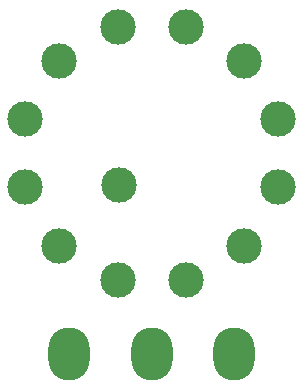
<source format=gbr>
%TF.GenerationSoftware,KiCad,Pcbnew,(6.0.5)*%
%TF.CreationDate,2022-05-19T01:25:15-04:00*%
%TF.ProjectId,selector_switch,73656c65-6374-46f7-925f-737769746368,rev?*%
%TF.SameCoordinates,Original*%
%TF.FileFunction,Soldermask,Top*%
%TF.FilePolarity,Negative*%
%FSLAX46Y46*%
G04 Gerber Fmt 4.6, Leading zero omitted, Abs format (unit mm)*
G04 Created by KiCad (PCBNEW (6.0.5)) date 2022-05-19 01:25:15*
%MOMM*%
%LPD*%
G01*
G04 APERTURE LIST*
%ADD10O,3.500000X4.500000*%
%ADD11C,3.000000*%
G04 APERTURE END LIST*
D10*
%TO.C,J1*%
X148000000Y-86000000D03*
X155000000Y-86000000D03*
X162000000Y-86000000D03*
%TD*%
D11*
%TO.C,SW1*%
X152127000Y-79722000D03*
X147151000Y-76849000D03*
X144278000Y-71873000D03*
X144278000Y-66127000D03*
X147151000Y-61151000D03*
X152127000Y-58278000D03*
X157873000Y-58278000D03*
X162849000Y-61151000D03*
X165722000Y-66127000D03*
X165722000Y-71873000D03*
X162849000Y-76849000D03*
X157873000Y-79722000D03*
X152277500Y-71722500D03*
%TD*%
M02*

</source>
